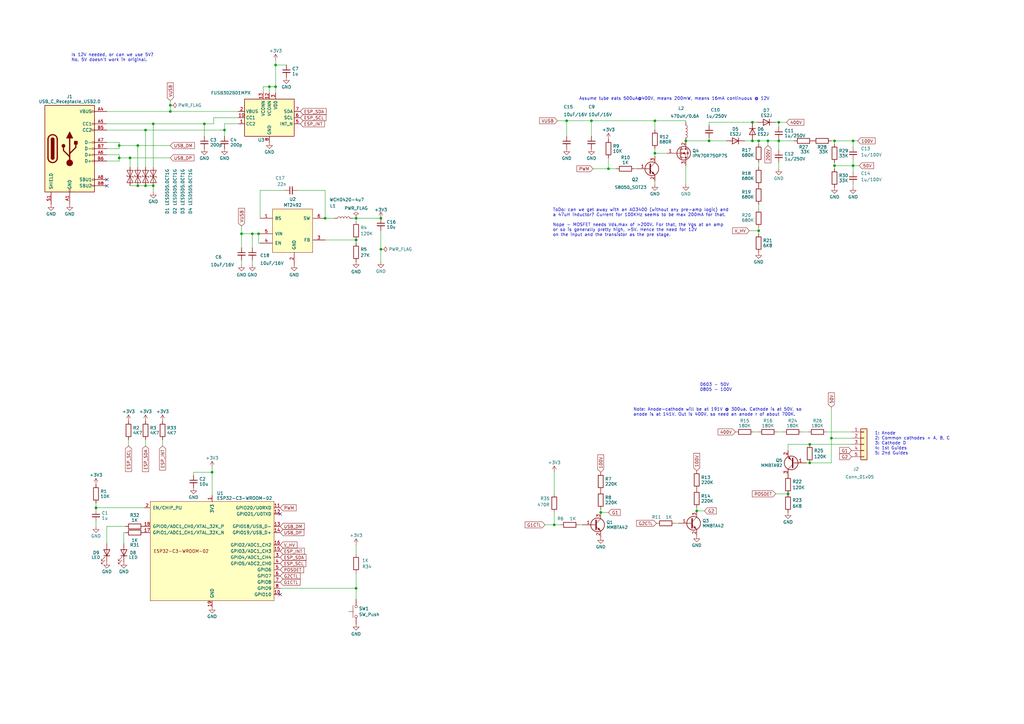
<source format=kicad_sch>
(kicad_sch (version 20230121) (generator eeschema)
  (paper "A3")
  (lib_symbols
    (symbol "Connector:USB_C_Receptacle_USB2.0" (pin_names (offset 1.016))
      (property "Reference" "J" (at -10.16 19.05 0))
      (property "Value" "USB_C_Receptacle_USB2.0" (at 19.05 19.05 0))
      (symbol "USB_C_Receptacle_USB2.0_1_1"
        (pin passive line (at 0 -22.86 90) (length 5.08) (name "GND") (number "A1"))
        (pin passive line (at 0 -22.86 90) (length 5.08) hide (name "GND") (number "A12"))
        (pin passive line (at 15.24 15.24 180) (length 5.08) (name "VBUS") (number "A4"))
        (pin bidirectional line (at 15.24 10.16 180) (length 5.08) (name "CC1") (number "A5"))
        (pin bidirectional line (at 15.24 -2.54 180) (length 5.08) (name "D+") (number "A6"))
        (pin bidirectional line (at 15.24 2.54 180) (length 5.08) (name "D-") (number "A7"))
        (pin bidirectional line (at 15.24 -12.7 180) (length 5.08) (name "SBU1") (number "A8"))
        (pin passive line (at 15.24 15.24 180) (length 5.08) hide (name "VBUS") (number "A9"))
        (pin passive line (at 0 -22.86 90) (length 5.08) hide (name "GND") (number "B1"))
        (pin passive line (at 0 -22.86 90) (length 5.08) hide (name "GND") (number "B12"))
        (pin passive line (at 15.24 15.24 180) (length 5.08) hide (name "VBUS") (number "B4"))
        (pin bidirectional line (at 15.24 7.62 180) (length 5.08) (name "CC2") (number "B5"))
        (pin bidirectional line (at 15.24 -5.08 180) (length 5.08) (name "D+") (number "B6"))
        (pin bidirectional line (at 15.24 0 180) (length 5.08) (name "D-") (number "B7"))
        (pin bidirectional line (at 15.24 -15.24 180) (length 5.08) (name "SBU2") (number "B8"))
        (pin passive line (at 15.24 15.24 180) (length 5.08) hide (name "VBUS") (number "B9"))
        (pin passive line (at -7.62 -22.86 90) (length 5.08) (name "SHIELD") (number "S1"))
      )
    )
    (symbol "Connector_Generic:Conn_01x05" (pin_names (offset 1.016) hide)
      (property "Reference" "J" (at 0 7.62 0))
      (property "Value" "Conn_01x05" (at 0 -7.62 0))
      (symbol "Conn_01x05_1_1"
        (pin passive line (at -5.08 5.08 0) (length 3.81) (name "Pin_1") (number "1"))
        (pin passive line (at -5.08 2.54 0) (length 3.81) (name "Pin_2") (number "2"))
        (pin passive line (at -5.08 0 0) (length 3.81) (name "Pin_3") (number "3"))
        (pin passive line (at -5.08 -2.54 0) (length 3.81) (name "Pin_4") (number "4"))
        (pin passive line (at -5.08 -5.08 0) (length 3.81) (name "Pin_5") (number "5"))
      )
    )
    (symbol "Device:C_Small" (pin_numbers hide) (pin_names (offset 0.254) hide)
      (property "Reference" "C" (at 0.254 1.778 0))
      (property "Value" "C_Small" (at 0.254 -2.032 0))
      (symbol "C_Small_1_1"
        (pin passive line (at 0 2.54 270) (length 2.032) (name "~") (number "1"))
        (pin passive line (at 0 -2.54 90) (length 2.032) (name "~") (number "2"))
      )
    )
    (symbol "Device:L" (pin_numbers hide) (pin_names (offset 1.016) hide)
      (property "Reference" "L" (at -1.27 0 90))
      (property "Value" "L" (at 1.905 0 90))
      (symbol "L_1_1"
        (pin passive line (at 0 3.81 270) (length 1.27) (name "1") (number "1"))
        (pin passive line (at 0 -3.81 90) (length 1.27) (name "2") (number "2"))
      )
    )
    (symbol "Device:LED" (pin_numbers hide) (pin_names (offset 1.016) hide)
      (property "Reference" "D" (at 0 2.54 0))
      (property "Value" "LED" (at 0 -2.54 0))
      (symbol "LED_1_1"
        (pin passive line (at -3.81 0 0) (length 2.54) (name "K") (number "1"))
        (pin passive line (at 3.81 0 180) (length 2.54) (name "A") (number "2"))
      )
    )
    (symbol "Device:R" (pin_numbers hide) (pin_names (offset 0))
      (property "Reference" "R" (at 2.032 0 90))
      (property "Value" "R" (at 0 0 90))
      (symbol "R_1_1"
        (pin passive line (at 0 3.81 270) (length 1.27) (name "~") (number "1"))
        (pin passive line (at 0 -3.81 90) (length 1.27) (name "~") (number "2"))
      )
    )
    (symbol "Diode:MRA4005T3G" (pin_numbers hide) (pin_names hide)
      (property "Reference" "D" (at 0 2.54 0))
      (property "Value" "MRA4005T3G" (at 0 -2.54 0))
      (symbol "MRA4005T3G_1_1"
        (pin passive line (at -3.81 0 0) (length 2.54) (name "K") (number "1"))
        (pin passive line (at 3.81 0 180) (length 2.54) (name "A") (number "2"))
      )
    )
    (symbol "Espressif:ESP32-C3-WROOM-02" (pin_names (offset 1.016))
      (property "Reference" "U" (at -25.4 25.4 0))
      (property "Value" "ESP32-C3-WROOM-02" (at -25.4 22.86 0))
      (symbol "ESP32-C3-WROOM-02_0_0"
        (text "ESP32-C3-WROOM-02" (at -12.7 0 0) (effects (font (size 1.27 1.27))))
      )
      (symbol "ESP32-C3-WROOM-02_1_1"
        (pin power_in line (at 0 22.86 270) (length 2.54) (name "3V3") (number "1"))
        (pin bidirectional line (at 27.94 -17.78 180) (length 2.54) (name "GPIO10") (number "10"))
        (pin bidirectional line (at 27.94 17.78 180) (length 2.54) (name "GPIO20/U0RXD") (number "11"))
        (pin bidirectional line (at 27.94 15.24 180) (length 2.54) (name "GPIO21/U0TXD") (number "12"))
        (pin bidirectional line (at 27.94 10.16 180) (length 2.54) (name "GPIO18/USB_D-") (number "13"))
        (pin bidirectional line (at 27.94 7.62 180) (length 2.54) (name "GPIO19/USB_D+") (number "14"))
        (pin bidirectional line (at 27.94 0 180) (length 2.54) (name "GPIO3/ADC1_CH3") (number "15"))
        (pin bidirectional line (at 27.94 2.54 180) (length 2.54) (name "GPIO2/ADC1_CH2") (number "16"))
        (pin bidirectional line (at -27.94 7.62 0) (length 2.54) (name "GPIO1/ADC1_CH1/XTAL_32K_N") (number "17"))
        (pin bidirectional line (at -27.94 10.16 0) (length 2.54) (name "GPIO0/ADC1_CH0/XTAL_32K_P") (number "18"))
        (pin power_in line (at 0 -22.86 90) (length 2.54) (name "GND") (number "19"))
        (pin input line (at -27.94 17.78 0) (length 2.54) (name "EN/CHIP_PU") (number "2"))
        (pin bidirectional line (at 27.94 -2.54 180) (length 2.54) (name "GPIO4/ADC1_CH4") (number "3"))
        (pin bidirectional line (at 27.94 -5.08 180) (length 2.54) (name "GPIO5/ADC2_CH0") (number "4"))
        (pin bidirectional line (at 27.94 -7.62 180) (length 2.54) (name "GPIO6") (number "5"))
        (pin bidirectional line (at 27.94 -10.16 180) (length 2.54) (name "GPIO7") (number "6"))
        (pin bidirectional line (at 27.94 -12.7 180) (length 2.54) (name "GPIO8") (number "7"))
        (pin bidirectional line (at 27.94 -15.24 180) (length 2.54) (name "GPIO9") (number "8"))
        (pin passive line (at 0 -22.86 90) (length 2.54) hide (name "GND") (number "9"))
      )
    )
    (symbol "Interface_USB:FUSB302B01MPX"
      (property "Reference" "U" (at -10.16 8.89 0))
      (property "Value" "FUSB302B01MPX" (at 3.81 8.89 0))
      (symbol "FUSB302B01MPX_1_1"
        (pin bidirectional line (at 12.7 -2.54 180) (length 2.54) (name "CC2") (number "1"))
        (pin bidirectional line (at 12.7 0 180) (length 2.54) (name "CC1") (number "10"))
        (pin bidirectional line (at 12.7 0 180) (length 2.54) hide (name "CC1") (number "11"))
        (pin power_in line (at 0 10.16 270) (length 2.54) (name "VCONN") (number "12"))
        (pin power_in line (at 2.54 10.16 270) (length 2.54) (name "VCONN") (number "13"))
        (pin bidirectional line (at 12.7 -2.54 180) (length 2.54) hide (name "CC2") (number "14"))
        (pin passive line (at 0 -10.16 90) (length 2.54) hide (name "GND") (number "15"))
        (pin input line (at 12.7 2.54 180) (length 2.54) (name "VBUS") (number "2"))
        (pin power_in line (at -2.54 10.16 270) (length 2.54) (name "VDD") (number "3"))
        (pin passive line (at -2.54 10.16 270) (length 2.54) hide (name "VDD") (number "4"))
        (pin open_collector line (at -12.7 -2.54 0) (length 2.54) (name "INT_N") (number "5"))
        (pin input line (at -12.7 0 0) (length 2.54) (name "SCL") (number "6"))
        (pin bidirectional line (at -12.7 2.54 0) (length 2.54) (name "SDA") (number "7"))
        (pin power_in line (at 0 -10.16 90) (length 2.54) (name "GND") (number "8"))
        (pin passive line (at 0 -10.16 90) (length 2.54) hide (name "GND") (number "9"))
      )
    )
    (symbol "Jeroens lib:IPN70R750P7S" (pin_names hide)
      (property "Reference" "Q" (at 5.08 1.905 0))
      (property "Value" "IPN70R750P7S" (at 5.08 0 0))
      (symbol "IPN70R750P7S_1_1"
        (pin passive line (at -5.08 0 0) (length 2.54) (name "G") (number "1"))
        (pin passive line (at 2.54 5.08 270) (length 2.54) (name "D") (number "2"))
        (pin passive line (at 2.54 -5.08 90) (length 2.54) (name "S") (number "3"))
      )
    )
    (symbol "Jeroens lib:LESD5D5.0CT1G" (pin_numbers hide) (pin_names (offset 1.016) hide)
      (property "Reference" "D" (at 0 2.54 0))
      (property "Value" "LESD5D5.0CT1G" (at 0 -2.54 0))
      (symbol "LESD5D5.0CT1G_1_1"
        (pin passive line (at -3.81 0 0) (length 2.54) (name "A1") (number "1"))
        (pin passive line (at 3.81 0 180) (length 2.54) (name "A2") (number "2"))
      )
    )
    (symbol "Jeroens lib:MT2492" (pin_names (offset 1.016))
      (property "Reference" "U" (at -7.62 8.89 0))
      (property "Value" "MT2492" (at 3.81 8.89 0))
      (symbol "MT2492_1_1"
        (pin passive line (at -13.97 3.81 0) (length 5.08) (name "BS") (number "1"))
        (pin power_in line (at 0 -15.24 90) (length 5.08) (name "GND") (number "2"))
        (pin input line (at 12.7 -5.08 180) (length 5.08) (name "FB") (number "3"))
        (pin input line (at -13.97 -6.35 0) (length 5.08) (name "EN") (number "4"))
        (pin input line (at -13.97 -2.54 0) (length 5.08) (name "VIN") (number "5"))
        (pin input line (at 12.7 3.81 180) (length 5.08) (name "SW") (number "6"))
      )
    )
    (symbol "Jeroens lib:S8050_SOT23" (pin_names (offset 0) hide)
      (property "Reference" "Q" (at 5.08 1.905 0))
      (property "Value" "S8050_SOT23" (at 5.08 0 0))
      (symbol "S8050_SOT23_1_1"
        (pin input line (at -5.08 0 0) (length 5.08) (name "B") (number "1"))
        (pin passive line (at 2.54 -5.08 90) (length 2.54) (name "E") (number "2"))
        (pin passive line (at 2.54 5.08 270) (length 2.54) (name "C") (number "3"))
      )
    )
    (symbol "Switch:SW_Push" (pin_numbers hide) (pin_names (offset 1.016) hide)
      (property "Reference" "SW" (at 1.27 2.54 0))
      (property "Value" "SW_Push" (at 0 -1.524 0))
      (symbol "SW_Push_0_1"
        (pin passive line (at -5.08 0 0) (length 2.54) (name "1") (number "1"))
        (pin passive line (at 5.08 0 180) (length 2.54) (name "2") (number "2"))
      )
    )
    (symbol "Transistor_BJT:MMBTA42" (pin_names (offset 0) hide)
      (property "Reference" "Q" (at 5.08 1.905 0))
      (property "Value" "MMBTA42" (at 5.08 0 0))
      (symbol "MMBTA42_1_1"
        (pin input line (at -5.08 0 0) (length 5.08) (name "B") (number "1"))
        (pin passive line (at 2.54 -5.08 90) (length 2.54) (name "E") (number "2"))
        (pin passive line (at 2.54 5.08 270) (length 2.54) (name "C") (number "3"))
      )
    )
    (symbol "Transistor_BJT:MMBTA92" (pin_names (offset 0) hide)
      (property "Reference" "Q" (at 5.08 1.905 0))
      (property "Value" "MMBTA92" (at 5.08 0 0))
      (symbol "MMBTA92_1_1"
        (pin input line (at -5.08 0 0) (length 5.08) (name "B") (number "1"))
        (pin passive line (at 2.54 -5.08 90) (length 2.54) (name "E") (number "2"))
        (pin passive line (at 2.54 5.08 270) (length 2.54) (name "C") (number "3"))
      )
    )
    (symbol "power:+3V3" (power) (pin_names (offset 0))
      (property "Value" "+3V3" (at 0 3.556 0))
      (symbol "+3V3_1_1"
        (pin power_in line (at 0 0 90) (length 0) hide (name "+3V3") (number "1"))
      )
    )
    (symbol "power:GND" (power) (pin_names (offset 0))
      (property "Value" "GND" (at 0 -3.81 0))
      (symbol "GND_1_1"
        (pin power_in line (at 0 0 270) (length 0) hide (name "GND") (number "1"))
      )
    )
    (symbol "power:PWR_FLAG" (power) (pin_numbers hide) (pin_names (offset 0) hide)
      (property "Value" "PWR_FLAG" (at 0 3.81 0))
      (symbol "PWR_FLAG_0_0"
        (pin power_out line (at 0 0 90) (length 0) (name "pwr") (number "1"))
      )
    )
  )
  (junction (at 308.61 57.785))
  (junction (at 59.69 76.2))
  (junction (at 349.885 67.945))
  (junction (at 62.865 76.2))
  (junction (at 232.41 49.53))
  (junction (at 39.37 208.28))
  (junction (at 340.995 179.705))
  (junction (at 319.405 50.165))
  (junction (at 113.03 35.56))
  (junction (at 56.515 76.2))
  (junction (at 311.15 57.785))
  (junction (at 133.35 89.535))
  (junction (at 246.38 210.185))
  (junction (at 323.215 202.565))
  (junction (at 48.895 64.77))
  (junction (at 285.75 209.55))
  (junction (at 268.605 49.53))
  (junction (at 342.265 67.945))
  (junction (at 99.06 95.885))
  (junction (at 69.85 45.72))
  (junction (at 349.885 57.785))
  (junction (at 156.21 102.235))
  (junction (at 146.05 98.425))
  (junction (at 268.605 62.865))
  (junction (at 227.33 215.265))
  (junction (at 59.69 53.34))
  (junction (at 342.265 57.785))
  (junction (at 69.85 43.18))
  (junction (at 83.82 50.8))
  (junction (at 281.305 57.785))
  (junction (at 249.555 69.215))
  (junction (at 86.995 193.675))
  (junction (at 106.045 95.885))
  (junction (at 146.05 241.3))
  (junction (at 311.15 94.615))
  (junction (at 332.105 189.865))
  (junction (at 53.34 64.77))
  (junction (at 319.405 57.785))
  (junction (at 48.895 59.69))
  (junction (at 103.505 95.885))
  (junction (at 156.21 89.535))
  (junction (at 332.105 182.245))
  (junction (at 62.865 50.8))
  (junction (at 113.03 26.67))
  (junction (at 308.61 50.165))
  (junction (at 146.05 89.535))
  (junction (at 56.515 59.69))
  (junction (at 92.075 53.34))
  (junction (at 242.57 49.53))
  (junction (at 290.83 57.785))
  (junction (at 314.96 57.785))
  (junction (at 110.49 35.56))
  (no_connect (at 43.815 73.66))
  (no_connect (at 114.935 210.82))
  (no_connect (at 114.935 243.84))
  (no_connect (at 43.815 76.2))
  (wire (pts (xy 43.815 45.72) (xy 69.85 45.72)))
  (wire (pts (xy 110.49 35.56) (xy 110.49 38.1)))
  (wire (pts (xy 56.515 76.2) (xy 59.69 76.2)))
  (wire (pts (xy 113.03 26.67) (xy 117.475 26.67)))
  (wire (pts (xy 69.85 45.72) (xy 97.79 45.72)))
  (wire (pts (xy 268.605 74.295) (xy 268.605 75.565)))
  (wire (pts (xy 349.885 67.945) (xy 352.425 67.945)))
  (wire (pts (xy 285.75 209.55) (xy 288.925 209.55)))
  (wire (pts (xy 311.15 66.675) (xy 311.15 68.58)))
  (wire (pts (xy 342.265 57.785) (xy 342.265 59.055)))
  (wire (pts (xy 146.05 89.535) (xy 156.21 89.535)))
  (wire (pts (xy 330.835 189.865) (xy 332.105 189.865)))
  (wire (pts (xy 53.34 64.77) (xy 53.34 68.58)))
  (wire (pts (xy 144.78 89.535) (xy 146.05 89.535)))
  (wire (pts (xy 228.6 49.53) (xy 232.41 49.53)))
  (wire (pts (xy 79.375 194.945) (xy 79.375 193.675)))
  (wire (pts (xy 319.405 50.165) (xy 322.58 50.165)))
  (wire (pts (xy 87.63 48.26) (xy 97.79 48.26)))
  (wire (pts (xy 69.85 41.275) (xy 69.85 43.18)))
  (wire (pts (xy 290.83 50.165) (xy 308.61 50.165)))
  (wire (pts (xy 39.37 213.995) (xy 39.37 215.9)))
  (wire (pts (xy 349.885 65.405) (xy 349.885 67.945)))
  (wire (pts (xy 107.95 38.1) (xy 107.95 35.56)))
  (wire (pts (xy 342.265 67.945) (xy 342.265 69.215)))
  (wire (pts (xy 43.815 222.885) (xy 43.815 215.9)))
  (wire (pts (xy 56.515 59.69) (xy 56.515 68.58)))
  (wire (pts (xy 332.105 182.245) (xy 323.215 182.245)))
  (wire (pts (xy 268.605 49.53) (xy 281.305 49.53)))
  (wire (pts (xy 59.69 76.2) (xy 62.865 76.2)))
  (wire (pts (xy 342.265 57.785) (xy 349.885 57.785)))
  (wire (pts (xy 311.15 57.785) (xy 311.15 59.055)))
  (wire (pts (xy 349.885 57.785) (xy 349.885 60.325)))
  (wire (pts (xy 66.675 180.34) (xy 66.675 182.88)))
  (wire (pts (xy 227.33 193.675) (xy 227.33 202.565)))
  (wire (pts (xy 332.105 189.865) (xy 340.995 189.865)))
  (wire (pts (xy 308.61 57.785) (xy 311.15 57.785)))
  (wire (pts (xy 349.885 75.565) (xy 349.885 76.835)))
  (wire (pts (xy 268.605 62.865) (xy 273.685 62.865)))
  (wire (pts (xy 268.605 60.96) (xy 268.605 62.865)))
  (wire (pts (xy 99.06 92.71) (xy 99.06 95.885)))
  (wire (pts (xy 227.33 210.185) (xy 227.33 215.265)))
  (wire (pts (xy 43.815 58.42) (xy 48.895 58.42)))
  (wire (pts (xy 146.05 89.535) (xy 146.05 90.805)))
  (wire (pts (xy 232.41 49.53) (xy 242.57 49.53)))
  (wire (pts (xy 50.8 218.44) (xy 51.435 218.44)))
  (wire (pts (xy 305.435 57.785) (xy 308.61 57.785)))
  (wire (pts (xy 146.05 98.425) (xy 146.05 99.695)))
  (wire (pts (xy 281.305 57.785) (xy 290.83 57.785)))
  (wire (pts (xy 86.995 193.675) (xy 86.995 203.2)))
  (wire (pts (xy 92.075 53.34) (xy 92.075 55.88)))
  (wire (pts (xy 246.38 208.915) (xy 246.38 210.185)))
  (wire (pts (xy 107.95 35.56) (xy 110.49 35.56)))
  (wire (pts (xy 342.265 67.945) (xy 349.885 67.945)))
  (wire (pts (xy 43.815 215.9) (xy 51.435 215.9)))
  (wire (pts (xy 83.82 50.8) (xy 87.63 50.8)))
  (wire (pts (xy 43.815 53.34) (xy 59.69 53.34)))
  (wire (pts (xy 318.77 177.165) (xy 321.31 177.165)))
  (wire (pts (xy 59.69 53.34) (xy 59.69 68.58)))
  (wire (pts (xy 62.865 50.8) (xy 62.865 68.58)))
  (wire (pts (xy 110.49 35.56) (xy 113.03 35.56)))
  (wire (pts (xy 340.995 179.705) (xy 340.995 189.865)))
  (wire (pts (xy 56.515 59.69) (xy 48.895 59.69)))
  (wire (pts (xy 319.405 57.785) (xy 325.755 57.785)))
  (wire (pts (xy 39.37 208.28) (xy 39.37 208.915)))
  (wire (pts (xy 314.96 57.785) (xy 319.405 57.785)))
  (wire (pts (xy 307.34 94.615) (xy 311.15 94.615)))
  (wire (pts (xy 43.815 63.5) (xy 48.895 63.5)))
  (wire (pts (xy 39.37 206.375) (xy 39.37 208.28)))
  (wire (pts (xy 97.79 50.8) (xy 92.075 50.8)))
  (wire (pts (xy 243.205 69.215) (xy 249.555 69.215)))
  (wire (pts (xy 268.605 62.865) (xy 268.605 64.135)))
  (wire (pts (xy 62.865 50.8) (xy 83.82 50.8)))
  (wire (pts (xy 59.69 53.34) (xy 92.075 53.34)))
  (wire (pts (xy 48.895 64.77) (xy 48.895 66.04)))
  (wire (pts (xy 285.75 208.28) (xy 285.75 209.55)))
  (wire (pts (xy 290.83 57.785) (xy 290.83 56.515)))
  (wire (pts (xy 308.61 50.165) (xy 310.515 50.165)))
  (wire (pts (xy 276.86 214.63) (xy 278.13 214.63)))
  (wire (pts (xy 242.57 49.53) (xy 268.605 49.53)))
  (wire (pts (xy 39.37 208.28) (xy 59.055 208.28)))
  (wire (pts (xy 242.57 49.53) (xy 242.57 55.88)))
  (wire (pts (xy 349.885 67.945) (xy 349.885 70.485)))
  (wire (pts (xy 83.82 50.8) (xy 83.82 55.88)))
  (wire (pts (xy 323.215 182.245) (xy 323.215 184.785)))
  (wire (pts (xy 133.35 78.105) (xy 133.35 89.535)))
  (wire (pts (xy 106.045 99.695) (xy 106.045 95.885)))
  (wire (pts (xy 340.995 179.705) (xy 349.25 179.705)))
  (wire (pts (xy 237.49 215.265) (xy 238.76 215.265)))
  (wire (pts (xy 99.06 95.885) (xy 99.06 101.6)))
  (wire (pts (xy 319.405 57.785) (xy 319.405 61.595)))
  (wire (pts (xy 113.03 24.765) (xy 113.03 26.67)))
  (wire (pts (xy 113.03 26.67) (xy 113.03 35.56)))
  (wire (pts (xy 249.555 64.77) (xy 249.555 69.215)))
  (wire (pts (xy 318.135 202.565) (xy 323.215 202.565)))
  (wire (pts (xy 103.505 95.885) (xy 103.505 101.6)))
  (wire (pts (xy 106.68 78.105) (xy 106.68 89.535)))
  (wire (pts (xy 43.815 50.8) (xy 62.865 50.8)))
  (wire (pts (xy 268.605 49.53) (xy 268.605 53.34)))
  (wire (pts (xy 249.555 69.215) (xy 252.73 69.215)))
  (wire (pts (xy 314.96 57.785) (xy 314.96 59.69)))
  (wire (pts (xy 349.885 57.785) (xy 351.79 57.785)))
  (wire (pts (xy 260.35 69.215) (xy 260.985 69.215)))
  (wire (pts (xy 116.84 78.105) (xy 106.68 78.105)))
  (wire (pts (xy 48.895 58.42) (xy 48.895 59.69)))
  (wire (pts (xy 146.05 234.95) (xy 146.05 241.3)))
  (wire (pts (xy 69.85 64.77) (xy 53.34 64.77)))
  (wire (pts (xy 319.405 57.785) (xy 319.405 57.15)))
  (wire (pts (xy 113.03 35.56) (xy 113.03 38.1)))
  (wire (pts (xy 318.135 50.165) (xy 319.405 50.165)))
  (wire (pts (xy 99.06 106.68) (xy 99.06 108.585)))
  (wire (pts (xy 86.995 193.675) (xy 86.995 191.77)))
  (wire (pts (xy 133.35 89.535) (xy 137.16 89.535)))
  (wire (pts (xy 48.895 66.04) (xy 43.815 66.04)))
  (wire (pts (xy 48.895 59.69) (xy 48.895 60.96)))
  (wire (pts (xy 281.305 49.53) (xy 281.305 50.165)))
  (wire (pts (xy 79.375 193.675) (xy 86.995 193.675)))
  (wire (pts (xy 156.21 107.315) (xy 156.21 102.235)))
  (wire (pts (xy 311.15 83.82) (xy 311.15 85.725)))
  (wire (pts (xy 309.245 177.165) (xy 311.15 177.165)))
  (wire (pts (xy 332.105 182.245) (xy 349.25 182.245)))
  (wire (pts (xy 50.8 222.885) (xy 50.8 218.44)))
  (wire (pts (xy 103.505 106.68) (xy 103.505 108.585)))
  (wire (pts (xy 106.045 95.885) (xy 103.505 95.885)))
  (wire (pts (xy 328.93 177.165) (xy 331.47 177.165)))
  (wire (pts (xy 114.935 241.3) (xy 146.05 241.3)))
  (wire (pts (xy 311.15 57.785) (xy 314.96 57.785)))
  (wire (pts (xy 290.83 51.435) (xy 290.83 50.165)))
  (wire (pts (xy 227.33 215.265) (xy 229.87 215.265)))
  (wire (pts (xy 48.895 63.5) (xy 48.895 64.77)))
  (wire (pts (xy 59.69 180.34) (xy 59.69 182.88)))
  (wire (pts (xy 106.68 95.885) (xy 106.045 95.885)))
  (wire (pts (xy 69.85 59.69) (xy 56.515 59.69)))
  (wire (pts (xy 156.21 102.235) (xy 156.21 94.615)))
  (wire (pts (xy 281.305 67.945) (xy 281.305 75.565)))
  (wire (pts (xy 62.865 76.2) (xy 62.865 78.74)))
  (wire (pts (xy 249.555 210.185) (xy 246.38 210.185)))
  (wire (pts (xy 133.35 98.425) (xy 146.05 98.425)))
  (wire (pts (xy 223.52 215.265) (xy 227.33 215.265)))
  (wire (pts (xy 146.05 241.3) (xy 146.05 245.745)))
  (wire (pts (xy 48.895 60.96) (xy 43.815 60.96)))
  (wire (pts (xy 53.34 64.77) (xy 48.895 64.77)))
  (wire (pts (xy 339.09 177.165) (xy 349.25 177.165)))
  (wire (pts (xy 232.41 49.53) (xy 232.41 55.88)))
  (wire (pts (xy 340.995 167.005) (xy 340.995 179.705)))
  (wire (pts (xy 69.85 43.18) (xy 69.85 45.72)))
  (wire (pts (xy 106.68 99.695) (xy 106.045 99.695)))
  (wire (pts (xy 319.405 66.675) (xy 319.405 69.215)))
  (wire (pts (xy 311.15 94.615) (xy 311.15 95.885)))
  (wire (pts (xy 340.995 57.785) (xy 342.265 57.785)))
  (wire (pts (xy 342.265 66.675) (xy 342.265 67.945)))
  (wire (pts (xy 103.505 95.885) (xy 99.06 95.885)))
  (wire (pts (xy 53.34 76.2) (xy 56.515 76.2)))
  (wire (pts (xy 87.63 50.8) (xy 87.63 48.26)))
  (wire (pts (xy 92.075 50.8) (xy 92.075 53.34)))
  (wire (pts (xy 319.405 50.165) (xy 319.405 52.07)))
  (wire (pts (xy 311.15 93.345) (xy 311.15 94.615)))
  (wire (pts (xy 52.705 180.34) (xy 52.705 182.88)))
  (wire (pts (xy 121.92 78.105) (xy 133.35 78.105)))
  (wire (pts (xy 290.83 57.785) (xy 297.815 57.785)))
  (wire (pts (xy 146.05 223.52) (xy 146.05 227.33)))
  (text "Is 12V needed, or can we use 5V?\nNo, 5V doesn't work in original." (at 29.21 25.4 0) (effects (font (size 1.27 1.27)) (justify left bottom)))
  (text "Assume tube eats 500uA@400V, means 200mW, means 16mA continuous @ 12V" (at 237.49 41.275 0) (effects (font (size 1.27 1.27)) (justify left bottom)))
  (text "ToDo: can we get away with an AO3400 (without any pre-amp logic) and\na 47uH inductor? Current for 100KHz seems to be max 200mA for that.\n\nNope - MOSFET needs Vds,max of >200V. For that, the Vgs at an amp \nor so is generally pretty high, >5V. Hence the need for 12V\non the input and the transistor as the pre stage." (at 226.695 97.155 0) (effects (font (size 1.27 1.27)) (justify left bottom)))
  (text "1: Anode\n2: Common cathodes + A, B, C\n3: Cathode D\n4: 1st Guides\n5: 2nd Guides" (at 358.775 186.69 0) (effects (font (size 1.27 1.27)) (justify left bottom)))
  (text "Note: Anode-cathode will be at 191V @ 300ua. Cathode is at 50V, so\nanode is at 141V. Out is 400V, so need an anode r of about 700K." (at 259.715 170.815 0) (effects (font (size 1.27 1.27)) (justify left bottom)))
  (text "0603 - 50V\n0805 - 100V" (at 287.02 160.655 0) (effects (font (size 1.27 1.27)) (justify left bottom)))
  (global_label "100V" (shape input) (at 351.79 57.785 0) (property "Intersheetrefs" "${INTERSHEET_REFS}" (effects hide)))
  (global_label "G2CTL" (shape input) (at 114.935 236.22 0) (property "Intersheetrefs" "${INTERSHEET_REFS}" (effects hide)))
  (global_label "PWM" (shape input) (at 114.935 208.28 0) (property "Intersheetrefs" "${INTERSHEET_REFS}" (effects hide)))
  (global_label "G1" (shape input) (at 249.555 210.185 0) (property "Intersheetrefs" "${INTERSHEET_REFS}" (effects hide)))
  (global_label "G1" (shape input) (at 349.25 184.785 180) (property "Intersheetrefs" "${INTERSHEET_REFS}" (effects hide)))
  (global_label "V_HV" (shape input) (at 307.34 94.615 180) (property "Intersheetrefs" "${INTERSHEET_REFS}" (effects hide)))
  (global_label "ESP_SDA" (shape input) (at 123.19 45.72 0) (property "Intersheetrefs" "${INTERSHEET_REFS}" (effects hide)))
  (global_label "USB_DP" (shape input) (at 114.935 218.44 0) (property "Intersheetrefs" "${INTERSHEET_REFS}" (effects hide)))
  (global_label "ESP_SCL" (shape input) (at 123.19 48.26 0) (property "Intersheetrefs" "${INTERSHEET_REFS}" (effects hide)))
  (global_label "G2" (shape input) (at 288.925 209.55 0) (property "Intersheetrefs" "${INTERSHEET_REFS}" (effects hide)))
  (global_label "400V" (shape input) (at 301.625 177.165 180) (property "Intersheetrefs" "${INTERSHEET_REFS}" (effects hide)))
  (global_label "PWM" (shape input) (at 243.205 69.215 180) (property "Intersheetrefs" "${INTERSHEET_REFS}" (effects hide)))
  (global_label "ESP_SDA" (shape input) (at 114.935 228.6 0) (property "Intersheetrefs" "${INTERSHEET_REFS}" (effects hide)))
  (global_label "VUSB" (shape input) (at 99.06 92.71 90) (property "Intersheetrefs" "${INTERSHEET_REFS}" (effects hide)))
  (global_label "V_HV" (shape input) (at 114.935 223.52 0) (property "Intersheetrefs" "${INTERSHEET_REFS}" (effects hide)))
  (global_label "ESP_INT" (shape input) (at 123.19 50.8 0) (property "Intersheetrefs" "${INTERSHEET_REFS}" (effects hide)))
  (global_label "VUSB" (shape input) (at 69.85 41.275 90) (property "Intersheetrefs" "${INTERSHEET_REFS}" (effects hide)))
  (global_label "50V" (shape input) (at 352.425 67.945 0) (property "Intersheetrefs" "${INTERSHEET_REFS}" (effects hide)))
  (global_label "POSDET" (shape input) (at 114.935 233.68 0) (property "Intersheetrefs" "${INTERSHEET_REFS}" (effects hide)))
  (global_label "ESP_SCL" (shape input) (at 114.935 231.14 0) (property "Intersheetrefs" "${INTERSHEET_REFS}" (effects hide)))
  (global_label "50V" (shape input) (at 340.995 167.005 90) (property "Intersheetrefs" "${INTERSHEET_REFS}" (effects hide)))
  (global_label "USB_DM" (shape input) (at 69.85 59.69 0) (property "Intersheetrefs" "${INTERSHEET_REFS}" (effects hide)))
  (global_label "VUSB" (shape input) (at 228.6 49.53 180) (property "Intersheetrefs" "${INTERSHEET_REFS}" (effects hide)))
  (global_label "100V" (shape input) (at 246.38 193.675 90) (property "Intersheetrefs" "${INTERSHEET_REFS}" (effects hide)))
  (global_label "USB_DP" (shape input) (at 69.85 64.77 0) (property "Intersheetrefs" "${INTERSHEET_REFS}" (effects hide)))
  (global_label "G2" (shape input) (at 349.25 187.325 180) (property "Intersheetrefs" "${INTERSHEET_REFS}" (effects hide)))
  (global_label "ESP_SDA" (shape input) (at 59.69 182.88 270) (property "Intersheetrefs" "${INTERSHEET_REFS}" (effects hide)))
  (global_label "G1CTL" (shape input) (at 114.935 238.76 0) (property "Intersheetrefs" "${INTERSHEET_REFS}" (effects hide)))
  (global_label "200V" (shape input) (at 314.96 59.69 270) (property "Intersheetrefs" "${INTERSHEET_REFS}" (effects hide)))
  (global_label "400V" (shape input) (at 322.58 50.165 0) (property "Intersheetrefs" "${INTERSHEET_REFS}" (effects hide)))
  (global_label "USB_DM" (shape input) (at 114.935 215.9 0) (property "Intersheetrefs" "${INTERSHEET_REFS}" (effects hide)))
  (global_label "ESP_SCL" (shape input) (at 52.705 182.88 270) (property "Intersheetrefs" "${INTERSHEET_REFS}" (effects hide)))
  (global_label "POSDET" (shape input) (at 318.135 202.565 180) (property "Intersheetrefs" "${INTERSHEET_REFS}" (effects hide)))
  (global_label "ESP_INT" (shape input) (at 114.935 226.06 0) (property "Intersheetrefs" "${INTERSHEET_REFS}" (effects hide)))
  (global_label "G1CTL" (shape input) (at 223.52 215.265 180) (property "Intersheetrefs" "${INTERSHEET_REFS}" (effects hide)))
  (global_label "100V" (shape input) (at 285.75 193.04 90) (property "Intersheetrefs" "${INTERSHEET_REFS}" (effects hide)))
  (global_label "ESP_INT" (shape input) (at 66.675 182.88 270) (property "Intersheetrefs" "${INTERSHEET_REFS}" (effects hide)))
  (global_label "G2CTL" (shape input) (at 269.24 214.63 180) (property "Intersheetrefs" "${INTERSHEET_REFS}" (effects hide)))
  (symbol (lib_id "Jeroens lib:LESD5D5.0CT1G") (at 62.865 72.39 90) (unit 1)
    (property "Reference" "D4" (at 78.105 85.09 0) (effects (justify right)))
    (property "Value" "LESD5D5.0CT1G" (at 78.105 69.215 0) (effects (justify right)))
    (property "Footprint" "Diode_SMD:D_SOD-523" (effects hide))
    (property "Datasheet" "https://datasheet.lcsc.com/szlcsc/1912111437_LRC-LESD5D5-0CT1G_C383211.pdf" (effects hide))
  )
  (symbol (lib_id "power:GND") (at 285.75 219.71 0) (unit 1)
    (property "Reference" "#PWR025" (effects hide))
    (property "Value" "GND" (at 285.75 223.655 0))
  )
  (symbol (lib_id "power:PWR_FLAG") (at 156.21 102.235 270) (unit 1)
    (property "Reference" "#FLG03" (effects hide))
    (property "Value" "PWR_FLAG" (at 159.385 102.235 90) (effects (justify left)))
  )
  (symbol (lib_id "Jeroens lib:S8050_SOT23") (at 266.065 69.215 0) (unit 1)
    (property "Reference" "Q2" (at 259.08 73.66 0) (effects (justify left)))
    (property "Value" "S8050_SOT23" (at 252.095 76.835 0) (effects (justify left)))
    (property "Footprint" "Package_TO_SOT_SMD:SOT-23" (effects hide))
    (property "Datasheet" "http://www.unisonic.com.tw/datasheet/S8050.pdf" (effects hide))
  )
  (symbol (lib_id "Device:LED") (at 50.8 226.695 270) (mirror x) (unit 1)
    (property "Reference" "D8" (at 55.88 226.695 90) (effects (justify right)))
    (property "Value" "LED" (at 56.515 228.6 90) (effects (justify right)))
    (property "Footprint" "LED_SMD:LED_0603_1608Metric" (effects hide))
  )
  (symbol (lib_id "power:GND") (at 43.815 230.505 0) (mirror y) (unit 1)
    (property "Reference" "#PWR034" (effects hide))
    (property "Value" "GND" (at 43.815 234.45 0))
  )
  (symbol (lib_id "power:GND") (at 268.605 75.565 0) (unit 1)
    (property "Reference" "#PWR024" (effects hide))
    (property "Value" "GND" (at 268.605 79.51 0))
  )
  (symbol (lib_id "power:GND") (at 349.885 76.835 0) (unit 1)
    (property "Reference" "#PWR031" (effects hide))
    (property "Value" "GND" (at 349.885 80.78 0))
  )
  (symbol (lib_id "Connector_Generic:Conn_01x05") (at 354.33 182.245 0) (unit 1)
    (property "Reference" "J2" (at 349.885 192.405 0) (effects (justify left)))
    (property "Value" "Conn_01x05" (at 346.71 195.58 0) (effects (justify left)))
    (property "Footprint" "Connector_PinHeader_2.54mm:PinHeader_1x05_P2.54mm_Vertical" (effects hide))
  )
  (symbol (lib_id "Device:R") (at 342.265 62.865 0) (unit 1)
    (property "Reference" "R29" (at 344.043 61.841 0) (effects (justify left)))
    (property "Value" "33K" (at 344.043 63.889 0) (effects (justify left)))
    (property "Footprint" "Resistor_SMD:R_0603_1608Metric" (effects hide))
  )
  (symbol (lib_id "Device:R") (at 268.605 57.15 0) (unit 1)
    (property "Reference" "R12" (at 270.383 56.126 0) (effects (justify left)))
    (property "Value" "680R" (at 270.383 58.174 0) (effects (justify left)))
    (property "Footprint" "Resistor_SMD:R_0603_1608Metric" (effects hide))
  )
  (symbol (lib_id "Device:R") (at 52.705 176.53 0) (unit 1)
    (property "Reference" "R2" (at 54.483 175.506 0) (effects (justify left)))
    (property "Value" "4K7" (at 54.483 177.554 0) (effects (justify left)))
    (property "Footprint" "Resistor_SMD:R_0603_1608Metric" (effects hide))
  )
  (symbol (lib_id "power:PWR_FLAG") (at 69.85 43.18 270) (unit 1)
    (property "Reference" "#FLG02" (effects hide))
    (property "Value" "PWR_FLAG" (at 73.025 43.18 90) (effects (justify left)))
  )
  (symbol (lib_id "Device:R") (at 311.15 89.535 0) (unit 1)
    (property "Reference" "R20" (at 304.165 88.265 0) (effects (justify left)))
    (property "Value" "680K" (at 304.165 90.313 0) (effects (justify left)))
    (property "Footprint" "Resistor_SMD:R_0603_1608Metric" (effects hide))
  )
  (symbol (lib_id "Device:L") (at 281.305 53.975 0) (unit 1)
    (property "Reference" "L2" (at 278.13 44.45 0) (effects (justify left)))
    (property "Value" "470uH/0.6A" (at 274.955 47.625 0) (effects (justify left)))
    (property "Footprint" "jeroen:Inductor_CYH127" (effects hide))
  )
  (symbol (lib_id "power:GND") (at 86.995 248.92 0) (unit 1)
    (property "Reference" "#PWR08" (effects hide))
    (property "Value" "GND" (at 86.995 252.865 0))
  )
  (symbol (lib_id "Jeroens lib:LESD5D5.0CT1G") (at 53.34 72.39 90) (unit 1)
    (property "Reference" "D1" (at 68.58 85.09 0) (effects (justify right)))
    (property "Value" "LESD5D5.0CT1G" (at 68.58 69.215 0) (effects (justify right)))
    (property "Footprint" "Diode_SMD:D_SOD-523" (effects hide))
    (property "Datasheet" "https://datasheet.lcsc.com/szlcsc/1912111437_LRC-LESD5D5-0CT1G_C383211.pdf" (effects hide))
  )
  (symbol (lib_id "Device:R") (at 337.185 57.785 270) (unit 1)
    (property "Reference" "R28" (at 337.185 60.325 90))
    (property "Value" "33K" (at 337.82 62.23 90))
    (property "Footprint" "Resistor_SMD:R_0603_1608Metric" (effects hide))
  )
  (symbol (lib_id "Device:L") (at 140.97 89.535 90) (unit 1)
    (property "Reference" "L1" (at 136.525 84.455 90))
    (property "Value" "WCH0420-4u7" (at 142.24 81.915 90))
    (property "Footprint" "Inductor_SMD:L_Chilisin_BMRA00040420" (effects hide))
  )
  (symbol (lib_id "Device:C_Small") (at 242.57 58.42 0) (unit 1)
    (property "Reference" "C9" (at 241.3 43.815 0) (effects (justify left)))
    (property "Value" "10uF/16V" (at 241.3 46.99 0) (effects (justify left)))
    (property "Footprint" "Capacitor_SMD:C_0805_2012Metric" (effects hide))
  )
  (symbol (lib_id "Transistor_BJT:MMBTA42") (at 283.21 214.63 0) (unit 1)
    (property "Reference" "Q3" (at 288.0614 213.606 0) (effects (justify left)))
    (property "Value" "MMBTA42" (at 288.0614 215.654 0) (effects (justify left)))
    (property "Footprint" "Package_TO_SOT_SMD:SOT-23" (effects hide))
    (property "Datasheet" "https://www.onsemi.com/pub/Collateral/MMBTA42LT1-D.PDF" (effects hide))
  )
  (symbol (lib_id "Device:C_Small") (at 119.38 78.105 90) (unit 1)
    (property "Reference" "C17" (at 116.84 73.025 90) (effects (justify left)))
    (property "Value" "22n" (at 117.475 75.565 90) (effects (justify left)))
    (property "Footprint" "Capacitor_SMD:C_0603_1608Metric" (effects hide))
  )
  (symbol (lib_id "power:GND") (at 103.505 108.585 0) (unit 1)
    (property "Reference" "#PWR014" (effects hide))
    (property "Value" "GND" (at 103.505 112.7205 0))
  )
  (symbol (lib_id "Device:C_Small") (at 319.405 54.61 0) (unit 1)
    (property "Reference" "C11" (at 321.7291 53.5923 0) (effects (justify left)))
    (property "Value" "1u/250V" (at 321.7291 55.6403 0) (effects (justify left)))
    (property "Footprint" "Capacitor_SMD:C_2220_5650Metric" (effects hide))
  )
  (symbol (lib_id "Device:C_Small") (at 290.83 53.975 0) (unit 1)
    (property "Reference" "C10" (at 291.465 45.085 0) (effects (justify left)))
    (property "Value" "1u/250V" (at 289.56 47.625 0) (effects (justify left)))
    (property "Footprint" "Capacitor_SMD:C_2220_5650Metric" (effects hide))
  )
  (symbol (lib_id "power:GND") (at 323.215 210.185 0) (unit 1)
    (property "Reference" "#PWR028" (effects hide))
    (property "Value" "GND" (at 323.215 214.13 0))
  )
  (symbol (lib_id "Device:C_Small") (at 117.475 29.21 0) (unit 1)
    (property "Reference" "C7" (at 119.7991 28.1923 0) (effects (justify left)))
    (property "Value" "1u" (at 119.7991 30.2403 0) (effects (justify left)))
    (property "Footprint" "Capacitor_SMD:C_0603_1608Metric" (effects hide))
  )
  (symbol (lib_id "Interface_USB:FUSB302B01MPX") (at 110.49 48.26 0) (mirror y) (unit 1)
    (property "Reference" "U3" (at 108.5341 57.412 0) (effects (justify left)))
    (property "Value" "FUSB302B01MPX" (at 102.87 38.1 0) (effects (justify left)))
    (property "Footprint" "Package_DFN_QFN:WQFN-14-1EP_2.5x2.5mm_P0.5mm_EP1.45x1.45mm" (effects hide))
    (property "Datasheet" "http://www.onsemi.com/pub/Collateral/FUSB302B-D.PDF" (effects hide))
  )
  (symbol (lib_id "Device:C_Small") (at 103.505 104.14 0) (unit 1)
    (property "Reference" "C18" (at 106.68 104.775 0) (effects (justify left)))
    (property "Value" "10uF/16V" (at 106.68 107.95 0) (effects (justify left)))
    (property "Footprint" "Capacitor_SMD:C_0805_2012Metric" (effects hide))
  )
  (symbol (lib_id "power:GND") (at 110.49 58.42 0) (unit 1)
    (property "Reference" "#PWR016" (effects hide))
    (property "Value" "GND" (at 110.49 62.365 0))
  )
  (symbol (lib_id "power:+3V3") (at 249.555 57.15 0) (unit 1)
    (property "Reference" "#PWR013" (effects hide))
    (property "Value" "+3V3" (at 249.555 53.205 0))
  )
  (symbol (lib_id "Device:R") (at 273.05 214.63 90) (unit 1)
    (property "Reference" "R11" (at 269.24 212.09 90))
    (property "Value" "1K" (at 274.32 212.09 90))
    (property "Footprint" "Resistor_SMD:R_0603_1608Metric" (effects hide))
  )
  (symbol (lib_id "power:GND") (at 117.475 31.75 0) (unit 1)
    (property "Reference" "#PWR018" (effects hide))
    (property "Value" "GND" (at 117.475 35.695 0))
  )
  (symbol (lib_id "power:GND") (at 146.05 107.315 0) (unit 1)
    (property "Reference" "#PWR019" (effects hide))
    (property "Value" "GND" (at 146.05 111.4505 0))
  )
  (symbol (lib_id "Device:C_Small") (at 92.075 58.42 0) (unit 1)
    (property "Reference" "C4" (at 94.3991 57.4023 0) (effects (justify left)))
    (property "Value" "200p" (at 94.3991 59.4503 0) (effects (justify left)))
    (property "Footprint" "Capacitor_SMD:C_0603_1608Metric" (effects hide))
  )
  (symbol (lib_id "power:GND") (at 39.37 215.9 0) (unit 1)
    (property "Reference" "#PWR03" (effects hide))
    (property "Value" "GND" (at 39.37 219.845 0))
  )
  (symbol (lib_id "Device:R") (at 311.15 72.39 0) (unit 1)
    (property "Reference" "R18" (at 304.165 71.12 0) (effects (justify left)))
    (property "Value" "680K" (at 304.165 73.168 0) (effects (justify left)))
    (property "Footprint" "Resistor_SMD:R_0603_1608Metric" (effects hide))
  )
  (symbol (lib_id "Device:R") (at 146.05 231.14 180) (unit 1)
    (property "Reference" "R34" (at 150.495 232.41 0))
    (property "Value" "1K" (at 149.86 229.87 0))
    (property "Footprint" "Resistor_SMD:R_0603_1608Metric" (effects hide))
  )
  (symbol (lib_id "Diode:MRA4005T3G") (at 301.625 57.785 180) (unit 1)
    (property "Reference" "D5" (at 301.625 52.935 0))
    (property "Value" "ES2J" (at 301.625 54.983 0))
    (property "Footprint" "Diode_SMD:D_SMA" (effects hide))
    (property "Datasheet" "http://www.onsemi.com/pub_link/Collateral/MRA4003T3-D.PDF" (effects hide))
    (property "Sim.Device" "D" (effects hide))
    (property "Sim.Pins" "1=K 2=A" (effects hide))
  )
  (symbol (lib_id "Device:R") (at 146.05 103.505 0) (unit 1)
    (property "Reference" "R5" (at 147.828 102.2929 0) (effects (justify left)))
    (property "Value" "27K" (at 147.828 104.7171 0) (effects (justify left)))
    (property "Footprint" "Resistor_SMD:R_0603_1608Metric" (effects hide))
  )
  (symbol (lib_id "Device:R") (at 233.68 215.265 90) (unit 1)
    (property "Reference" "R6" (at 229.87 212.725 90))
    (property "Value" "1K" (at 234.95 212.725 90))
    (property "Footprint" "Resistor_SMD:R_0603_1608Metric" (effects hide))
  )
  (symbol (lib_id "Device:R") (at 285.75 196.85 0) (unit 1)
    (property "Reference" "R13" (at 287.528 195.826 0) (effects (justify left)))
    (property "Value" "220K" (at 287.528 197.874 0) (effects (justify left)))
    (property "Footprint" "Resistor_SMD:R_0603_1608Metric" (effects hide))
  )
  (symbol (lib_id "Device:R") (at 305.435 177.165 90) (unit 1)
    (property "Reference" "R15" (at 305.435 172.569 90))
    (property "Value" "180K" (at 305.435 174.617 90))
    (property "Footprint" "Resistor_SMD:R_0603_1608Metric" (effects hide))
  )
  (symbol (lib_id "Jeroens lib:LESD5D5.0CT1G") (at 59.69 72.39 90) (unit 1)
    (property "Reference" "D3" (at 74.93 85.09 0) (effects (justify right)))
    (property "Value" "LESD5D5.0CT1G" (at 74.93 69.215 0) (effects (justify right)))
    (property "Footprint" "Diode_SMD:D_SOD-523" (effects hide))
    (property "Datasheet" "https://datasheet.lcsc.com/szlcsc/1912111437_LRC-LESD5D5-0CT1G_C383211.pdf" (effects hide))
  )
  (symbol (lib_id "Device:R") (at 314.96 177.165 90) (unit 1)
    (property "Reference" "R16" (at 314.96 172.569 90))
    (property "Value" "180K" (at 314.96 174.617 90))
    (property "Footprint" "Resistor_SMD:R_0603_1608Metric" (effects hide))
  )
  (symbol (lib_id "power:+3V3") (at 113.03 24.765 0) (unit 1)
    (property "Reference" "#PWR017" (effects hide))
    (property "Value" "+3V3" (at 113.03 20.82 0))
  )
  (symbol (lib_id "power:GND") (at 50.8 230.505 0) (mirror y) (unit 1)
    (property "Reference" "#PWR033" (effects hide))
    (property "Value" "GND" (at 50.8 234.45 0))
  )
  (symbol (lib_id "Espressif:ESP32-C3-WROOM-02") (at 86.995 226.06 0) (unit 1)
    (property "Reference" "U1" (at 88.9509 202.287 0) (effects (justify left)))
    (property "Value" "ESP32-C3-WROOM-02" (at 88.9509 204.335 0) (effects (justify left)))
    (property "Footprint" "Espressif:ESP32-C3-WROOM-02" (effects hide))
    (property "Datasheet" "https://www.espressif.com/sites/default/files/documentation/esp32-c3-wroom-02_datasheet_en.pdf" (effects hide))
  )
  (symbol (lib_id "power:GND") (at 92.075 60.96 0) (unit 1)
    (property "Reference" "#PWR012" (effects hide))
    (property "Value" "GND" (at 92.075 64.905 0))
  )
  (symbol (lib_id "power:GND") (at 120.65 108.585 0) (unit 1)
    (property "Reference" "#PWR015" (effects hide))
    (property "Value" "GND" (at 120.65 112.7205 0))
  )
  (symbol (lib_id "power:+3V3") (at 39.37 198.755 0) (unit 1)
    (property "Reference" "#PWR02" (effects hide))
    (property "Value" "+3V3" (at 39.37 194.81 0))
  )
  (symbol (lib_id "Device:R") (at 146.05 94.615 0) (unit 1)
    (property "Reference" "R4" (at 147.828 93.4029 0) (effects (justify left)))
    (property "Value" "120K" (at 147.828 95.8271 0) (effects (justify left)))
    (property "Footprint" "Resistor_SMD:R_0603_1608Metric" (effects hide))
  )
  (symbol (lib_id "power:GND") (at 99.06 108.585 0) (unit 1)
    (property "Reference" "#PWR036" (effects hide))
    (property "Value" "GND" (at 99.06 112.7205 0))
  )
  (symbol (lib_id "power:GND") (at 83.82 60.96 0) (unit 1)
    (property "Reference" "#PWR010" (effects hide))
    (property "Value" "GND" (at 83.82 64.905 0))
  )
  (symbol (lib_id "Device:C_Small") (at 349.885 73.025 0) (unit 1)
    (property "Reference" "C14" (at 353.06 71.12 0) (effects (justify left)))
    (property "Value" "1u/100V" (at 353.06 73.66 0) (effects (justify left)))
    (property "Footprint" "Capacitor_SMD:C_1210_3225Metric" (effects hide))
  )
  (symbol (lib_id "Diode:MRA4005T3G") (at 308.61 53.975 270) (unit 1)
    (property "Reference" "D6" (at 310.642 52.951 90) (effects (justify left)))
    (property "Value" "ES2J" (at 310.642 54.999 90) (effects (justify left)))
    (property "Footprint" "Diode_SMD:D_SMA" (effects hide))
    (property "Datasheet" "http://www.onsemi.com/pub_link/Collateral/MRA4003T3-D.PDF" (effects hide))
    (property "Sim.Device" "D" (effects hide))
    (property "Sim.Pins" "1=K 2=A" (effects hide))
  )
  (symbol (lib_id "Device:R") (at 329.565 57.785 270) (unit 1)
    (property "Reference" "R27" (at 329.565 60.325 90))
    (property "Value" "33K" (at 330.2 62.23 90))
    (property "Footprint" "Resistor_SMD:R_0603_1608Metric" (effects hide))
  )
  (symbol (lib_id "Device:R") (at 342.265 73.025 0) (unit 1)
    (property "Reference" "R30" (at 344.043 72.001 0) (effects (justify left)))
    (property "Value" "33K" (at 344.043 74.049 0) (effects (justify left)))
    (property "Footprint" "Resistor_SMD:R_0603_1608Metric" (effects hide))
  )
  (symbol (lib_id "power:+3V3") (at 59.69 172.72 0) (unit 1)
    (property "Reference" "#PWR011" (effects hide))
    (property "Value" "+3V3" (at 59.69 168.775 0))
  )
  (symbol (lib_id "Device:C_Small") (at 232.41 58.42 0) (unit 1)
    (property "Reference" "C15" (at 231.14 43.815 0) (effects (justify left)))
    (property "Value" "10uF/16V" (at 231.14 46.99 0) (effects (justify left)))
    (property "Footprint" "Capacitor_SMD:C_0805_2012Metric" (effects hide))
  )
  (symbol (lib_id "Switch:SW_Push") (at 146.05 250.825 90) (unit 1)
    (property "Reference" "SW1" (at 147.193 249.6129 90) (effects (justify right)))
    (property "Value" "SW_Push" (at 147.193 252.0371 90) (effects (justify right)))
    (property "Footprint" "Button_Switch_THT:SW_SPST_Omron_B3F-315x_Angled" (effects hide))
  )
  (symbol (lib_id "power:GND") (at 156.21 107.315 0) (unit 1)
    (property "Reference" "#PWR021" (effects hide))
    (property "Value" "GND" (at 156.21 111.26 0))
  )
  (symbol (lib_id "Device:LED") (at 43.815 226.695 270) (mirror x) (unit 1)
    (property "Reference" "D9" (at 38.1 226.695 90) (effects (justify left)))
    (property "Value" "LED" (at 37.465 228.6 90) (effects (justify left)))
    (property "Footprint" "LED_SMD:LED_0603_1608Metric" (effects hide))
  )
  (symbol (lib_id "power:GND") (at 146.05 255.905 0) (unit 1)
    (property "Reference" "#PWR037" (effects hide))
    (property "Value" "GND" (at 146.05 260.0381 0))
  )
  (symbol (lib_id "Transistor_BJT:MMBTA42") (at 243.84 215.265 0) (unit 1)
    (property "Reference" "Q1" (at 248.6914 214.241 0) (effects (justify left)))
    (property "Value" "MMBTA42" (at 248.6914 216.289 0) (effects (justify left)))
    (property "Footprint" "Package_TO_SOT_SMD:SOT-23" (effects hide))
    (property "Datasheet" "https://www.onsemi.com/pub/Collateral/MMBTA42LT1-D.PDF" (effects hide))
  )
  (symbol (lib_id "Device:C_Small") (at 79.375 197.485 0) (unit 1)
    (property "Reference" "C2" (at 81.6991 196.4673 0) (effects (justify left)))
    (property "Value" "10u" (at 81.6991 198.5153 0) (effects (justify left)))
    (property "Footprint" "Capacitor_SMD:C_0805_2012Metric" (effects hide))
  )
  (symbol (lib_id "power:+3V3") (at 86.995 191.77 0) (unit 1)
    (property "Reference" "#PWR07" (effects hide))
    (property "Value" "+3V3" (at 86.995 187.825 0))
  )
  (symbol (lib_id "Device:R") (at 55.245 215.9 90) (mirror x) (unit 1)
    (property "Reference" "R32" (at 55.245 211.304 90))
    (property "Value" "1K" (at 55.245 213.352 90))
    (property "Footprint" "Resistor_SMD:R_0603_1608Metric" (effects hide))
  )
  (symbol (lib_id "power:+3V3") (at 227.33 193.675 0) (unit 1)
    (property "Reference" "#PWR039" (effects hide))
    (property "Value" "+3V3" (at 227.33 189.73 0))
  )
  (symbol (lib_id "Device:C_Small") (at 39.37 211.455 0) (unit 1)
    (property "Reference" "C1" (at 41.6941 210.4373 0) (effects (justify left)))
    (property "Value" "1u" (at 41.6941 212.4853 0) (effects (justify left)))
    (property "Footprint" "Capacitor_SMD:C_0603_1608Metric" (effects hide))
  )
  (symbol (lib_id "power:GND") (at 311.15 103.505 0) (unit 1)
    (property "Reference" "#PWR027" (effects hide))
    (property "Value" "GND" (at 311.15 107.45 0))
  )
  (symbol (lib_id "Device:R") (at 66.675 176.53 0) (unit 1)
    (property "Reference" "R33" (at 68.453 175.506 0) (effects (justify left)))
    (property "Value" "4K7" (at 68.453 177.554 0) (effects (justify left)))
    (property "Footprint" "Resistor_SMD:R_0603_1608Metric" (effects hide))
  )
  (symbol (lib_id "Device:R") (at 335.28 177.165 90) (unit 1)
    (property "Reference" "R26" (at 335.28 172.569 90))
    (property "Value" "180K" (at 335.28 174.617 90))
    (property "Footprint" "Resistor_SMD:R_0603_1608Metric" (effects hide))
  )
  (symbol (lib_id "power:+3V3") (at 156.21 89.535 0) (unit 1)
    (property "Reference" "#PWR020" (effects hide))
    (property "Value" "+3V3" (at 156.21 86.0331 0))
  )
  (symbol (lib_id "Device:R") (at 227.33 206.375 180) (unit 1)
    (property "Reference" "R35" (at 223.52 204.47 0))
    (property "Value" "470R" (at 222.885 207.01 0))
    (property "Footprint" "Resistor_SMD:R_0603_1608Metric" (effects hide))
  )
  (symbol (lib_id "Device:R") (at 256.54 69.215 90) (unit 1)
    (property "Reference" "R10" (at 256.54 64.619 90))
    (property "Value" "1K" (at 256.54 66.667 90))
    (property "Footprint" "Resistor_SMD:R_0603_1608Metric" (effects hide))
  )
  (symbol (lib_id "power:GND") (at 20.955 83.82 0) (unit 1)
    (property "Reference" "#PWR01" (effects hide))
    (property "Value" "GND" (at 20.955 87.765 0))
  )
  (symbol (lib_id "Diode:MRA4005T3G") (at 314.325 50.165 180) (unit 1)
    (property "Reference" "D7" (at 314.325 45.315 0))
    (property "Value" "ES2J" (at 314.325 47.363 0))
    (property "Footprint" "Diode_SMD:D_SMA" (effects hide))
    (property "Datasheet" "http://www.onsemi.com/pub_link/Collateral/MRA4003T3-D.PDF" (effects hide))
    (property "Sim.Device" "D" (effects hide))
    (property "Sim.Pins" "1=K 2=A" (effects hide))
  )
  (symbol (lib_id "power:GND") (at 79.375 200.025 0) (unit 1)
    (property "Reference" "#PWR05" (effects hide))
    (property "Value" "GND" (at 79.375 203.97 0))
  )
  (symbol (lib_id "Jeroens lib:IPN70R750P7S") (at 278.765 62.865 0) (unit 1)
    (property "Reference" "Q4" (at 283.972 61.841 0) (effects (justify left)))
    (property "Value" "IPN70R750P7S" (at 283.972 63.889 0) (effects (justify left)))
    (property "Footprint" "jeroen:PG-SOT-223" (effects hide))
    (property "Datasheet" "https://www.st.com/resource/en/datasheet/std7nk40zt4.pdf" (effects hide))
  )
  (symbol (lib_id "Device:R") (at 246.38 197.485 0) (unit 1)
    (property "Reference" "R7" (at 248.158 196.461 0) (effects (justify left)))
    (property "Value" "220K" (at 248.158 198.509 0) (effects (justify left)))
    (property "Footprint" "Resistor_SMD:R_0603_1608Metric" (effects hide))
  )
  (symbol (lib_id "power:+3V3") (at 52.705 172.72 0) (unit 1)
    (property "Reference" "#PWR09" (effects hide))
    (property "Value" "+3V3" (at 52.705 168.775 0))
  )
  (symbol (lib_id "Device:C_Small") (at 156.21 92.075 0) (unit 1)
    (property "Reference" "C16" (at 158.5341 91.0573 0) (effects (justify left)))
    (property "Value" "10u" (at 158.5341 93.1053 0) (effects (justify left)))
    (property "Footprint" "Capacitor_SMD:C_0805_2012Metric" (effects hide))
  )
  (symbol (lib_id "Device:C_Small") (at 319.405 64.135 0) (unit 1)
    (property "Reference" "C12" (at 321.7291 63.1173 0) (effects (justify left)))
    (property "Value" "1u/250V" (at 321.7291 65.1653 0) (effects (justify left)))
    (property "Footprint" "Capacitor_SMD:C_2220_5650Metric" (effects hide))
  )
  (symbol (lib_id "Connector:USB_C_Receptacle_USB2.0") (at 28.575 60.96 0) (unit 1)
    (property "Reference" "J1" (at 28.575 39.6 0))
    (property "Value" "USB_C_Receptacle_USB2.0" (at 28.575 41.648 0))
    (property "Footprint" "Connector_USB:USB_C_Receptacle_HRO_TYPE-C-31-M-12" (effects hide))
    (property "Datasheet" "https://www.usb.org/sites/default/files/documents/usb_type-c.zip" (effects hide))
  )
  (symbol (lib_id "Device:R") (at 39.37 202.565 0) (unit 1)
    (property "Reference" "R1" (at 41.148 201.541 0) (effects (justify left)))
    (property "Value" "10K" (at 41.148 203.589 0) (effects (justify left)))
    (property "Footprint" "Resistor_SMD:R_0603_1608Metric" (effects hide))
  )
  (symbol (lib_id "Device:R") (at 311.15 80.01 0) (unit 1)
    (property "Reference" "R19" (at 304.165 78.74 0) (effects (justify left)))
    (property "Value" "680K" (at 304.165 80.788 0) (effects (justify left)))
    (property "Footprint" "Resistor_SMD:R_0603_1608Metric" (effects hide))
  )
  (symbol (lib_id "Device:R") (at 323.215 198.755 0) (unit 1)
    (property "Reference" "R22" (at 324.993 197.5429 0) (effects (justify left)))
    (property "Value" "120K" (at 324.993 199.9671 0) (effects (justify left)))
    (property "Footprint" "Resistor_SMD:R_0603_1608Metric" (effects hide))
  )
  (symbol (lib_id "Device:R") (at 311.15 99.695 0) (unit 1)
    (property "Reference" "R21" (at 312.928 98.671 0) (effects (justify left)))
    (property "Value" "6K8" (at 312.928 100.719 0) (effects (justify left)))
    (property "Footprint" "Resistor_SMD:R_0603_1608Metric" (effects hide))
  )
  (symbol (lib_id "Device:C_Small") (at 83.82 58.42 0) (unit 1)
    (property "Reference" "C3" (at 86.1441 57.4023 0) (effects (justify left)))
    (property "Value" "200p" (at 86.1441 59.4503 0) (effects (justify left)))
    (property "Footprint" "Capacitor_SMD:C_0603_1608Metric" (effects hide))
  )
  (symbol (lib_id "Device:R") (at 323.215 206.375 0) (unit 1)
    (property "Reference" "R23" (at 324.993 205.1629 0) (effects (justify left)))
    (property "Value" "6K8" (at 324.993 207.5871 0) (effects (justify left)))
    (property "Footprint" "Resistor_SMD:R_0603_1608Metric" (effects hide))
  )
  (symbol (lib_id "power:GND") (at 319.405 69.215 0) (unit 1)
    (property "Reference" "#PWR029" (effects hide))
    (property "Value" "GND" (at 319.405 73.16 0))
  )
  (symbol (lib_id "power:GND") (at 342.265 76.835 0) (unit 1)
    (property "Reference" "#PWR030" (effects hide))
    (property "Value" "GND" (at 342.265 80.78 0))
  )
  (symbol (lib_id "power:GND") (at 62.865 78.74 0) (unit 1)
    (property "Reference" "#PWR06" (effects hide))
    (property "Value" "GND" (at 62.865 82.685 0))
  )
  (symbol (lib_id "Device:R") (at 325.12 177.165 90) (unit 1)
    (property "Reference" "R24" (at 325.12 172.569 90))
    (property "Value" "180K" (at 325.12 174.617 90))
    (property "Footprint" "Resistor_SMD:R_0603_1608Metric" (effects hide))
  )
  (symbol (lib_id "Device:R") (at 249.555 60.96 0) (unit 1)
    (property "Reference" "R9" (at 251.333 59.936 0) (effects (justify left)))
    (property "Value" "10K" (at 251.333 61.984 0) (effects (justify left)))
    (property "Footprint" "Resistor_SMD:R_0603_1608Metric" (effects hide))
  )
  (symbol (lib_id "power:GND") (at 232.41 60.96 0) (unit 1)
    (property "Reference" "#PWR032" (effects hide))
    (property "Value" "GND" (at 232.41 64.905 0))
  )
  (symbol (lib_id "power:GND") (at 281.305 75.565 0) (unit 1)
    (property "Reference" "#PWR026" (effects hide))
    (property "Value" "GND" (at 281.305 79.51 0))
  )
  (symbol (lib_id "Device:R") (at 311.15 62.865 0) (unit 1)
    (property "Reference" "R17" (at 304.165 61.595 0) (effects (justify left)))
    (property "Value" "680K" (at 304.165 63.643 0) (effects (justify left)))
    (property "Footprint" "Resistor_SMD:R_0603_1608Metric" (effects hide))
  )
  (symbol (lib_id "Device:R") (at 332.105 186.055 180) (unit 1)
    (property "Reference" "R25" (at 333.883 184.8429 0) (effects (justify right)))
    (property "Value" "120K" (at 333.883 187.2671 0) (effects (justify right)))
    (property "Footprint" "Resistor_SMD:R_0603_1608Metric" (effects hide))
  )
  (symbol (lib_id "power:+3V3") (at 66.675 172.72 0) (unit 1)
    (property "Reference" "#PWR035" (effects hide))
    (property "Value" "+3V3" (at 66.675 168.775 0))
  )
  (symbol (lib_id "Transistor_BJT:MMBTA92") (at 325.755 189.865 180) (unit 1)
    (property "Reference" "Q5" (at 320.9036 188.841 0) (effects (justify left)))
    (property "Value" "MMBTA92" (at 320.9036 190.889 0) (effects (justify left)))
    (property "Footprint" "Package_TO_SOT_SMD:SOT-23" (effects hide))
    (property "Datasheet" "https://www.onsemi.com/pub/Collateral/MMBTA92LT1-D.PDF" (effects hide))
  )
  (symbol (lib_id "Device:C_Small") (at 99.06 104.14 0) (unit 1)
    (property "Reference" "C6" (at 88.265 105.41 0) (effects (justify left)))
    (property "Value" "10uF/16V" (at 86.36 108.585 0) (effects (justify left)))
    (property "Footprint" "Capacitor_SMD:C_0805_2012Metric" (effects hide))
  )
  (symbol (lib_id "Jeroens lib:MT2492") (at 120.65 93.345 0) (unit 1)
    (property "Reference" "U2" (at 120.015 81.7077 0))
    (property "Value" "MT2492" (at 120.015 84.1319 0))
    (property "Footprint" "Package_TO_SOT_SMD:SOT-23-6" (effects hide))
    (property "Datasheet" "https://datasheet.lcsc.com/szlcsc/XI-AN-Aerosemi-Tech-MT2492_C89358.pdf" (effects hide))
  )
  (symbol (lib_id "power:GND") (at 28.575 83.82 0) (unit 1)
    (property "Reference" "#PWR04" (effects hide))
    (property "Value" "GND" (at 28.575 87.765 0))
  )
  (symbol (lib_id "power:PWR_FLAG") (at 146.05 89.535 0) (unit 1)
    (property "Reference" "#FLG01" (effects hide))
    (property "Value" "PWR_FLAG" (at 146.05 85.4019 0))
  )
  (symbol (lib_id "power:GND") (at 242.57 60.96 0) (unit 1)
    (property "Reference" "#PWR023" (effects hide))
    (property "Value" "GND" (at 242.57 64.905 0))
  )
  (symbol (lib_id "Device:C_Small") (at 349.885 62.865 0) (unit 1)
    (property "Reference" "C13" (at 353.06 60.96 0) (effects (justify left)))
    (property "Value" "1u/100V" (at 353.06 63.5 0) (effects (justify left)))
    (property "Footprint" "Capacitor_SMD:C_1210_3225Metric" (effects hide))
  )
  (symbol (lib_id "Device:R") (at 285.75 204.47 0) (unit 1)
    (property "Reference" "R14" (at 287.528 203.446 0) (effects (justify left)))
    (property "Value" "220K" (at 287.528 205.494 0) (effects (justify left)))
    (property "Footprint" "Resistor_SMD:R_0603_1608Metric" (effects hide))
  )
  (symbol (lib_id "Device:R") (at 59.69 176.53 0) (unit 1)
    (property "Reference" "R3" (at 61.468 175.506 0) (effects (justify left)))
    (property "Value" "4K7" (at 61.468 177.554 0) (effects (justify left)))
    (property "Footprint" "Resistor_SMD:R_0603_1608Metric" (effects hide))
  )
  (symbol (lib_id "power:GND") (at 246.38 220.345 0) (unit 1)
    (property "Reference" "#PWR022" (effects hide))
    (property "Value" "GND" (at 246.38 224.29 0))
  )
  (symbol (lib_id "Jeroens lib:LESD5D5.0CT1G") (at 56.515 72.39 90) (unit 1)
    (property "Reference" "D2" (at 71.755 85.09 0) (effects (justify right)))
    (property "Value" "LESD5D5.0CT1G" (at 71.755 69.215 0) (effects (justify right)))
    (property "Footprint" "Diode_SMD:D_SOD-523" (effects hide))
    (property "Datasheet" "https://datasheet.lcsc.com/szlcsc/1912111437_LRC-LESD5D5-0CT1G_C383211.pdf" (effects hide))
  )
  (symbol (lib_id "power:+3V3") (at 146.05 223.52 0) (unit 1)
    (property "Reference" "#PWR038" (effects hide))
    (property "Value" "+3V3" (at 146.05 219.575 0))
  )
  (symbol (lib_id "Device:R") (at 246.38 205.105 0) (unit 1)
    (property "Reference" "R8" (at 248.158 204.081 0) (effects (justify left)))
    (property "Value" "220K" (at 248.158 206.129 0) (effects (justify left)))
    (property "Footprint" "Resistor_SMD:R_0603_1608Metric" (effects hide))
  )
  (symbol (lib_id "Device:R") (at 55.245 218.44 270) (mirror x) (unit 1)
    (property "Reference" "R31" (at 55.245 223.52 90))
    (property "Value" "1K" (at 55.245 221.615 90))
    (property "Footprint" "Resistor_SMD:R_0603_1608Metric" (effects hide))
  )
)
</source>
